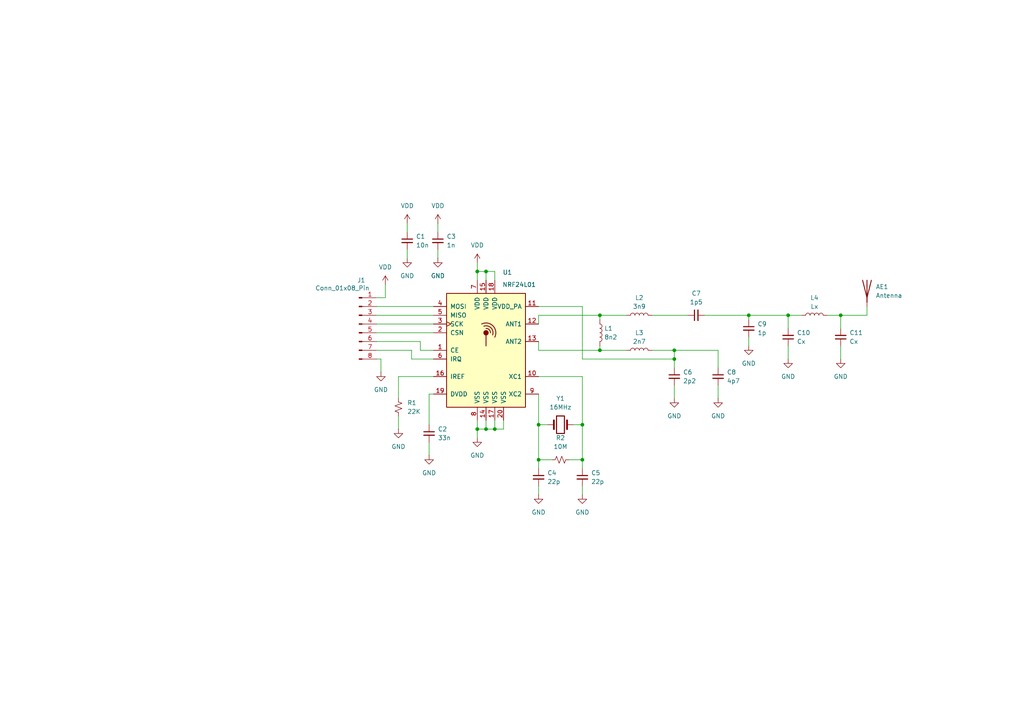
<source format=kicad_sch>
(kicad_sch (version 20231120) (generator "eeschema") (generator_version "8.0")
  (paper "A4")
  (lib_symbols
    (symbol "Connector:Conn_01x08_Pin" (pin_names (offset 1.016) hide)
      (property "Reference" "J" (at 0 10.16 0))
      (property "Value" "Conn_01x08_Pin" (at 0 -12.7 0))
      (symbol "Conn_01x08_Pin_1_1"
        (polyline (pts (xy 1.27 -10.16) (xy 0.8636 -10.16)) (stroke (width 0.1524)))
        (polyline (pts (xy 1.27 -7.62) (xy 0.8636 -7.62)) (stroke (width 0.1524)))
        (polyline (pts (xy 1.27 -5.08) (xy 0.8636 -5.08)) (stroke (width 0.1524)))
        (polyline (pts (xy 1.27 -2.54) (xy 0.8636 -2.54)) (stroke (width 0.1524)))
        (polyline (pts (xy 1.27 0) (xy 0.8636 0)) (stroke (width 0.1524)))
        (polyline (pts (xy 1.27 2.54) (xy 0.8636 2.54)) (stroke (width 0.1524)))
        (polyline (pts (xy 1.27 5.08) (xy 0.8636 5.08)) (stroke (width 0.1524)))
        (polyline (pts (xy 1.27 7.62) (xy 0.8636 7.62)) (stroke (width 0.1524)))
        (rectangle (start 0.8636 -10.033) (end 0 -10.287) (stroke (width 0.1524)) (fill (type outline)))
        (rectangle (start 0.8636 -7.493) (end 0 -7.747) (stroke (width 0.1524)) (fill (type outline)))
        (rectangle (start 0.8636 -4.953) (end 0 -5.207) (stroke (width 0.1524)) (fill (type outline)))
        (rectangle (start 0.8636 -2.413) (end 0 -2.667) (stroke (width 0.1524)) (fill (type outline)))
        (rectangle (start 0.8636 0.127) (end 0 -0.127) (stroke (width 0.1524)) (fill (type outline)))
        (rectangle (start 0.8636 2.667) (end 0 2.413) (stroke (width 0.1524)) (fill (type outline)))
        (rectangle (start 0.8636 5.207) (end 0 4.953) (stroke (width 0.1524)) (fill (type outline)))
        (rectangle (start 0.8636 7.747) (end 0 7.493) (stroke (width 0.1524)) (fill (type outline)))
        (pin passive line (at 5.08 7.62 180) (length 3.81) (name "Pin_1") (number "1"))
        (pin passive line (at 5.08 5.08 180) (length 3.81) (name "Pin_2") (number "2"))
        (pin passive line (at 5.08 2.54 180) (length 3.81) (name "Pin_3") (number "3"))
        (pin passive line (at 5.08 0 180) (length 3.81) (name "Pin_4") (number "4"))
        (pin passive line (at 5.08 -2.54 180) (length 3.81) (name "Pin_5") (number "5"))
        (pin passive line (at 5.08 -5.08 180) (length 3.81) (name "Pin_6") (number "6"))
        (pin passive line (at 5.08 -7.62 180) (length 3.81) (name "Pin_7") (number "7"))
        (pin passive line (at 5.08 -10.16 180) (length 3.81) (name "Pin_8") (number "8"))
      )
    )
    (symbol "Device:Antenna" (pin_numbers hide) (pin_names (offset 1.016) hide)
      (property "Reference" "AE" (at -1.905 1.905 0))
      (property "Value" "Antenna" (at -1.905 0 0))
      (symbol "Antenna_0_1"
        (polyline (pts (xy 0 2.54) (xy 0 -3.81)) (stroke (width 0.254)))
        (polyline (pts (xy 1.27 2.54) (xy 0 -2.54) (xy -1.27 2.54)) (stroke (width 0.254)))
      )
      (symbol "Antenna_1_1"
        (pin input line (at 0 -5.08 90) (length 2.54) (name "A") (number "1"))
      )
    )
    (symbol "Device:C_Small" (pin_numbers hide) (pin_names (offset 0.254) hide)
      (property "Reference" "C" (at 0.254 1.778 0))
      (property "Value" "C_Small" (at 0.254 -2.032 0))
      (symbol "C_Small_0_1"
        (polyline (pts (xy -1.524 -0.508) (xy 1.524 -0.508)) (stroke (width 0.3302)))
        (polyline (pts (xy -1.524 0.508) (xy 1.524 0.508)) (stroke (width 0.3048)))
      )
      (symbol "C_Small_1_1"
        (pin passive line (at 0 2.54 270) (length 2.032) (name "~") (number "1"))
        (pin passive line (at 0 -2.54 90) (length 2.032) (name "~") (number "2"))
      )
    )
    (symbol "Device:Crystal" (pin_numbers hide) (pin_names (offset 1.016) hide)
      (property "Reference" "Y" (at 0 3.81 0))
      (property "Value" "Crystal" (at 0 -3.81 0))
      (symbol "Crystal_0_1"
        (rectangle (start -1.143 2.54) (end 1.143 -2.54) (stroke (width 0.3048)))
        (polyline (pts (xy -2.54 0) (xy -1.905 0)))
        (polyline (pts (xy -1.905 -1.27) (xy -1.905 1.27)) (stroke (width 0.508)))
        (polyline (pts (xy 1.905 -1.27) (xy 1.905 1.27)) (stroke (width 0.508)))
        (polyline (pts (xy 2.54 0) (xy 1.905 0)))
      )
      (symbol "Crystal_1_1"
        (pin passive line (at -3.81 0 0) (length 1.27) (name "1") (number "1"))
        (pin passive line (at 3.81 0 180) (length 1.27) (name "2") (number "2"))
      )
    )
    (symbol "Device:L" (pin_numbers hide) (pin_names (offset 1.016) hide)
      (property "Reference" "L" (at -1.27 0 90))
      (property "Value" "L" (at 1.905 0 90))
      (symbol "L_0_1"
        (arc (start 0 -2.54) (mid 0.6323 -1.905) (end 0 -1.27))
        (arc (start 0 -1.27) (mid 0.6323 -0.635) (end 0 0))
        (arc (start 0 0) (mid 0.6323 0.635) (end 0 1.27))
        (arc (start 0 1.27) (mid 0.6323 1.905) (end 0 2.54))
      )
      (symbol "L_1_1"
        (pin passive line (at 0 3.81 270) (length 1.27) (name "1") (number "1"))
        (pin passive line (at 0 -3.81 90) (length 1.27) (name "2") (number "2"))
      )
    )
    (symbol "Device:R_Small_US" (pin_numbers hide) (pin_names (offset 0.254) hide)
      (property "Reference" "R" (at 0.762 0.508 0))
      (property "Value" "R_Small_US" (at 0.762 -1.016 0))
      (symbol "R_Small_US_1_1"
        (polyline (pts (xy 0 0) (xy 1.016 -0.381) (xy 0 -0.762) (xy -1.016 -1.143) (xy 0 -1.524)))
        (polyline (pts (xy 0 1.524) (xy 1.016 1.143) (xy 0 0.762) (xy -1.016 0.381) (xy 0 0)))
        (pin passive line (at 0 2.54 270) (length 1.016) (name "~") (number "1"))
        (pin passive line (at 0 -2.54 90) (length 1.016) (name "~") (number "2"))
      )
    )
    (symbol "RF:NRF24L01" (pin_names (offset 1.016))
      (property "Reference" "U" (at -11.43 17.78 0))
      (property "Value" "NRF24L01" (at 5.08 17.78 0))
      (symbol "NRF24L01_0_1"
        (rectangle (start -11.43 16.51) (end 11.43 -16.51) (stroke (width 0.254)) (fill (type background)))
        (polyline (pts (xy 0 4.445) (xy 0 1.27)) (stroke (width 0.254)))
        (circle (center 0 5.08) (radius 0.635) (stroke (width 0.254)) (fill (type outline)))
        (arc (start 1.27 5.08) (mid 0.9071 5.9946) (end 0 6.35) (stroke (width 0.254)))
        (arc (start 1.905 4.445) (mid 1.4313 6.5254) (end -0.635 6.985) (stroke (width 0.254)))
        (arc (start 2.54 3.81) (mid 2.008 7.088) (end -1.27 7.62) (stroke (width 0.254)))
        (rectangle (start 11.43 -13.97) (end 11.43 -13.97))
      )
      (symbol "NRF24L01_1_1"
        (pin input line (at -15.24 0 0) (length 3.81) (name "CE") (number "1"))
        (pin passive line (at 15.24 -7.62 180) (length 3.81) (name "XC1") (number "10"))
        (pin power_out line (at 15.24 12.7 180) (length 3.81) (name "VDD_PA") (number "11"))
        (pin passive line (at 15.24 7.62 180) (length 3.81) (name "ANT1") (number "12"))
        (pin passive line (at 15.24 2.54 180) (length 3.81) (name "ANT2") (number "13"))
        (pin power_in line (at 0 -20.32 90) (length 3.81) (name "VSS") (number "14"))
        (pin power_in line (at 0 20.32 270) (length 3.81) (name "VDD") (number "15"))
        (pin passive line (at -15.24 -7.62 0) (length 3.81) (name "IREF") (number "16"))
        (pin power_in line (at 2.54 -20.32 90) (length 3.81) (name "VSS") (number "17"))
        (pin power_in line (at 2.54 20.32 270) (length 3.81) (name "VDD") (number "18"))
        (pin power_out line (at -15.24 -12.7 0) (length 3.81) (name "DVDD") (number "19"))
        (pin input line (at -15.24 5.08 0) (length 3.81) (name "CSN") (number "2"))
        (pin power_in line (at 5.08 -20.32 90) (length 3.81) (name "VSS") (number "20"))
        (pin input clock (at -15.24 7.62 0) (length 3.81) (name "SCK") (number "3"))
        (pin input line (at -15.24 12.7 0) (length 3.81) (name "MOSI") (number "4"))
        (pin output line (at -15.24 10.16 0) (length 3.81) (name "MISO") (number "5"))
        (pin output line (at -15.24 -2.54 0) (length 3.81) (name "IRQ") (number "6"))
        (pin power_in line (at -2.54 20.32 270) (length 3.81) (name "VDD") (number "7"))
        (pin power_in line (at -2.54 -20.32 90) (length 3.81) (name "VSS") (number "8"))
        (pin passive line (at 15.24 -12.7 180) (length 3.81) (name "XC2") (number "9"))
      )
    )
    (symbol "power:GND" (power) (pin_numbers hide) (pin_names (offset 0) hide)
      (property "Value" "GND" (at 0 -3.81 0))
      (symbol "GND_0_1"
        (polyline (pts (xy 0 0) (xy 0 -1.27) (xy 1.27 -1.27) (xy 0 -2.54) (xy -1.27 -1.27) (xy 0 -1.27)))
      )
      (symbol "GND_1_1"
        (pin power_in line (at 0 0 270) (length 0) (name "~") (number "1"))
      )
    )
    (symbol "power:VDD" (power) (pin_numbers hide) (pin_names (offset 0) hide)
      (property "Value" "VDD" (at 0 3.556 0))
      (symbol "VDD_0_1"
        (polyline (pts (xy -0.762 1.27) (xy 0 2.54)))
        (polyline (pts (xy 0 0) (xy 0 2.54)))
        (polyline (pts (xy 0 2.54) (xy 0.762 1.27)))
      )
      (symbol "VDD_1_1"
        (pin power_in line (at 0 0 90) (length 0) (name "~") (number "1"))
      )
    )
  )
  (junction (at 173.99 101.6))
  (junction (at 195.58 104.14))
  (junction (at 217.17 91.44))
  (junction (at 243.84 91.44))
  (junction (at 143.51 124.46))
  (junction (at 195.58 101.6))
  (junction (at 156.21 123.19))
  (junction (at 138.43 78.74))
  (junction (at 168.91 123.19))
  (junction (at 138.43 124.46))
  (junction (at 140.97 78.74))
  (junction (at 140.97 124.46))
  (junction (at 173.99 91.44))
  (junction (at 228.6 91.44))
  (junction (at 156.21 133.35))
  (junction (at 168.91 133.35))
  (wire (pts (xy 109.22 99.06) (xy 121.92 99.06)))
  (wire (pts (xy 109.22 104.14) (xy 110.49 104.14)))
  (wire (pts (xy 195.58 101.6) (xy 189.23 101.6)))
  (wire (pts (xy 121.92 101.6) (xy 125.73 101.6)))
  (wire (pts (xy 156.21 114.3) (xy 156.21 123.19)))
  (wire (pts (xy 173.99 91.44) (xy 156.21 91.44)))
  (wire (pts (xy 204.47 91.44) (xy 217.17 91.44)))
  (wire (pts (xy 243.84 100.33) (xy 243.84 104.14)))
  (wire (pts (xy 217.17 91.44) (xy 217.17 92.71)))
  (wire (pts (xy 140.97 121.92) (xy 140.97 124.46)))
  (wire (pts (xy 109.22 91.44) (xy 125.73 91.44)))
  (wire (pts (xy 156.21 133.35) (xy 160.02 133.35)))
  (wire (pts (xy 109.22 93.98) (xy 125.73 93.98)))
  (wire (pts (xy 143.51 81.28) (xy 143.51 78.74)))
  (wire (pts (xy 195.58 104.14) (xy 195.58 101.6)))
  (wire (pts (xy 138.43 78.74) (xy 138.43 81.28)))
  (wire (pts (xy 138.43 76.2) (xy 138.43 78.74)))
  (wire (pts (xy 156.21 88.9) (xy 168.91 88.9)))
  (wire (pts (xy 228.6 91.44) (xy 217.17 91.44)))
  (wire (pts (xy 143.51 121.92) (xy 143.51 124.46)))
  (wire (pts (xy 124.46 123.19) (xy 124.46 114.3)))
  (wire (pts (xy 109.22 88.9) (xy 125.73 88.9)))
  (wire (pts (xy 121.92 99.06) (xy 121.92 101.6)))
  (wire (pts (xy 124.46 128.27) (xy 124.46 132.08)))
  (wire (pts (xy 166.37 123.19) (xy 168.91 123.19)))
  (wire (pts (xy 243.84 91.44) (xy 243.84 95.25)))
  (wire (pts (xy 143.51 124.46) (xy 146.05 124.46)))
  (wire (pts (xy 118.11 72.39) (xy 118.11 74.93)))
  (wire (pts (xy 195.58 106.68) (xy 195.58 104.14)))
  (wire (pts (xy 138.43 121.92) (xy 138.43 124.46)))
  (wire (pts (xy 156.21 101.6) (xy 173.99 101.6)))
  (wire (pts (xy 127 72.39) (xy 127 74.93)))
  (wire (pts (xy 168.91 140.97) (xy 168.91 143.51)))
  (wire (pts (xy 189.23 91.44) (xy 199.39 91.44)))
  (wire (pts (xy 168.91 109.22) (xy 168.91 123.19)))
  (wire (pts (xy 156.21 135.89) (xy 156.21 133.35)))
  (wire (pts (xy 124.46 114.3) (xy 125.73 114.3)))
  (wire (pts (xy 243.84 91.44) (xy 251.46 91.44)))
  (wire (pts (xy 173.99 91.44) (xy 173.99 92.71)))
  (wire (pts (xy 140.97 78.74) (xy 140.97 81.28)))
  (wire (pts (xy 119.38 104.14) (xy 119.38 101.6)))
  (wire (pts (xy 143.51 78.74) (xy 140.97 78.74)))
  (wire (pts (xy 251.46 91.44) (xy 251.46 88.9)))
  (wire (pts (xy 181.61 101.6) (xy 173.99 101.6)))
  (wire (pts (xy 217.17 97.79) (xy 217.17 100.33)))
  (wire (pts (xy 195.58 111.76) (xy 195.58 115.57)))
  (wire (pts (xy 173.99 91.44) (xy 181.61 91.44)))
  (wire (pts (xy 146.05 124.46) (xy 146.05 121.92)))
  (wire (pts (xy 119.38 101.6) (xy 109.22 101.6)))
  (wire (pts (xy 208.28 111.76) (xy 208.28 115.57)))
  (wire (pts (xy 127 64.77) (xy 127 67.31)))
  (wire (pts (xy 173.99 101.6) (xy 173.99 100.33)))
  (wire (pts (xy 168.91 123.19) (xy 168.91 133.35)))
  (wire (pts (xy 140.97 124.46) (xy 143.51 124.46)))
  (wire (pts (xy 156.21 99.06) (xy 156.21 101.6)))
  (wire (pts (xy 118.11 64.77) (xy 118.11 67.31)))
  (wire (pts (xy 168.91 104.14) (xy 195.58 104.14)))
  (wire (pts (xy 125.73 104.14) (xy 119.38 104.14)))
  (wire (pts (xy 228.6 95.25) (xy 228.6 91.44)))
  (wire (pts (xy 115.57 115.57) (xy 115.57 109.22)))
  (wire (pts (xy 156.21 91.44) (xy 156.21 93.98)))
  (wire (pts (xy 138.43 124.46) (xy 140.97 124.46)))
  (wire (pts (xy 156.21 140.97) (xy 156.21 143.51)))
  (wire (pts (xy 110.49 104.14) (xy 110.49 107.95)))
  (wire (pts (xy 208.28 101.6) (xy 195.58 101.6)))
  (wire (pts (xy 115.57 120.65) (xy 115.57 124.46)))
  (wire (pts (xy 168.91 109.22) (xy 156.21 109.22)))
  (wire (pts (xy 228.6 91.44) (xy 232.41 91.44)))
  (wire (pts (xy 168.91 88.9) (xy 168.91 104.14)))
  (wire (pts (xy 168.91 133.35) (xy 168.91 135.89)))
  (wire (pts (xy 140.97 78.74) (xy 138.43 78.74)))
  (wire (pts (xy 165.1 133.35) (xy 168.91 133.35)))
  (wire (pts (xy 115.57 109.22) (xy 125.73 109.22)))
  (wire (pts (xy 111.76 86.36) (xy 109.22 86.36)))
  (wire (pts (xy 138.43 124.46) (xy 138.43 127)))
  (wire (pts (xy 208.28 106.68) (xy 208.28 101.6)))
  (wire (pts (xy 240.03 91.44) (xy 243.84 91.44)))
  (wire (pts (xy 156.21 123.19) (xy 156.21 133.35)))
  (wire (pts (xy 109.22 96.52) (xy 125.73 96.52)))
  (wire (pts (xy 111.76 82.55) (xy 111.76 86.36)))
  (wire (pts (xy 156.21 123.19) (xy 158.75 123.19)))
  (wire (pts (xy 228.6 100.33) (xy 228.6 104.14)))
  (symbol (lib_id "power:GND") (at 110.49 107.95 0) (unit 1)
    (property "Reference" "#PWR01" (effects (hide yes)))
    (property "Value" "GND" (at 110.49 113.03 0))
    (property "Description" "Power symbol creates a global label with name \"GND\" , ground" (effects (hide yes)))
  )
  (symbol (lib_id "power:GND") (at 228.6 104.14 0) (unit 1)
    (property "Reference" "#PWR016" (effects (hide yes)))
    (property "Value" "GND" (at 228.6 109.22 0))
    (property "Description" "Power symbol creates a global label with name \"GND\" , ground" (effects (hide yes)))
  )
  (symbol (lib_id "power:GND") (at 243.84 104.14 0) (unit 1)
    (property "Reference" "#PWR017" (effects (hide yes)))
    (property "Value" "GND" (at 243.84 109.22 0))
    (property "Description" "Power symbol creates a global label with name \"GND\" , ground" (effects (hide yes)))
  )
  (symbol (lib_id "Device:C_Small") (at 201.93 91.44 90) (unit 1)
    (property "Reference" "C7" (at 201.9363 85.09 90))
    (property "Value" "1p5" (at 201.9363 87.63 90))
    (property "Footprint" "Capacitor_SMD:C_0402_1005Metric" (effects (hide yes)))
    (property "Description" "Unpolarized capacitor, small symbol" (effects (hide yes)))
  )
  (symbol (lib_id "power:GND") (at 127 74.93 0) (unit 1)
    (property "Reference" "#PWR08" (effects (hide yes)))
    (property "Value" "GND" (at 127 80.01 0))
    (property "Description" "Power symbol creates a global label with name \"GND\" , ground" (effects (hide yes)))
  )
  (symbol (lib_id "power:VDD") (at 138.43 76.2 0) (unit 1)
    (property "Reference" "#PWR09" (effects (hide yes)))
    (property "Value" "VDD" (at 138.43 71.12 0))
    (property "Description" "Power symbol creates a global label with name \"VDD\"" (effects (hide yes)))
  )
  (symbol (lib_id "Device:C_Small") (at 208.28 109.22 0) (unit 1)
    (property "Reference" "C8" (at 210.82 107.9562 0) (effects (justify left)))
    (property "Value" "4p7" (at 210.82 110.4962 0) (effects (justify left)))
    (property "Footprint" "Capacitor_SMD:C_0402_1005Metric" (effects (hide yes)))
    (property "Description" "Unpolarized capacitor, small symbol" (effects (hide yes)))
  )
  (symbol (lib_id "power:VDD") (at 111.76 82.55 0) (unit 1)
    (property "Reference" "#PWR02" (effects (hide yes)))
    (property "Value" "VDD" (at 111.76 77.47 0))
    (property "Description" "Power symbol creates a global label with name \"VDD\"" (effects (hide yes)))
  )
  (symbol (lib_id "Device:C_Small") (at 156.21 138.43 0) (unit 1)
    (property "Reference" "C4" (at 158.75 137.1662 0) (effects (justify left)))
    (property "Value" "22p" (at 158.75 139.7062 0) (effects (justify left)))
    (property "Footprint" "Capacitor_SMD:C_0402_1005Metric" (effects (hide yes)))
    (property "Description" "Unpolarized capacitor, small symbol" (effects (hide yes)))
  )
  (symbol (lib_id "power:GND") (at 168.91 143.51 0) (unit 1)
    (property "Reference" "#PWR012" (effects (hide yes)))
    (property "Value" "GND" (at 168.91 148.59 0))
    (property "Description" "Power symbol creates a global label with name \"GND\" , ground" (effects (hide yes)))
  )
  (symbol (lib_id "Device:C_Small") (at 124.46 125.73 0) (unit 1)
    (property "Reference" "C2" (at 127 124.4662 0) (effects (justify left)))
    (property "Value" "33n" (at 127 127.0062 0) (effects (justify left)))
    (property "Footprint" "Capacitor_SMD:C_0402_1005Metric" (effects (hide yes)))
    (property "Description" "Unpolarized capacitor, small symbol" (effects (hide yes)))
  )
  (symbol (lib_id "Device:C_Small") (at 217.17 95.25 0) (unit 1)
    (property "Reference" "C9" (at 219.71 93.9862 0) (effects (justify left)))
    (property "Value" "1p" (at 219.71 96.5262 0) (effects (justify left)))
    (property "Footprint" "Capacitor_SMD:C_0402_1005Metric" (effects (hide yes)))
    (property "Description" "Unpolarized capacitor, small symbol" (effects (hide yes)))
  )
  (symbol (lib_id "power:GND") (at 208.28 115.57 0) (unit 1)
    (property "Reference" "#PWR014" (effects (hide yes)))
    (property "Value" "GND" (at 208.28 120.65 0))
    (property "Description" "Power symbol creates a global label with name \"GND\" , ground" (effects (hide yes)))
  )
  (symbol (lib_id "Device:C_Small") (at 127 69.85 0) (unit 1)
    (property "Reference" "C3" (at 129.54 68.5862 0) (effects (justify left)))
    (property "Value" "1n" (at 129.54 71.1262 0) (effects (justify left)))
    (property "Footprint" "Capacitor_SMD:C_0402_1005Metric" (effects (hide yes)))
    (property "Description" "Unpolarized capacitor, small symbol" (effects (hide yes)))
  )
  (symbol (lib_id "Device:C_Small") (at 228.6 97.79 180) (unit 1)
    (property "Reference" "C10" (at 231.14 96.5135 0) (effects (justify right)))
    (property "Value" "Cx" (at 231.14 99.0535 0) (effects (justify right)))
    (property "Footprint" "Capacitor_SMD:C_0402_1005Metric" (effects (hide yes)))
    (property "Description" "Unpolarized capacitor, small symbol" (effects (hide yes)))
  )
  (symbol (lib_id "Device:C_Small") (at 118.11 69.85 0) (unit 1)
    (property "Reference" "C1" (at 120.65 68.5862 0) (effects (justify left)))
    (property "Value" "10n" (at 120.65 71.1262 0) (effects (justify left)))
    (property "Footprint" "Capacitor_SMD:C_0402_1005Metric" (effects (hide yes)))
    (property "Description" "Unpolarized capacitor, small symbol" (effects (hide yes)))
  )
  (symbol (lib_id "power:GND") (at 217.17 100.33 0) (unit 1)
    (property "Reference" "#PWR015" (effects (hide yes)))
    (property "Value" "GND" (at 217.17 105.41 0))
    (property "Description" "Power symbol creates a global label with name \"GND\" , ground" (effects (hide yes)))
  )
  (symbol (lib_id "power:GND") (at 124.46 132.08 0) (unit 1)
    (property "Reference" "#PWR06" (effects (hide yes)))
    (property "Value" "GND" (at 124.46 137.16 0))
    (property "Description" "Power symbol creates a global label with name \"GND\" , ground" (effects (hide yes)))
  )
  (symbol (lib_id "power:GND") (at 138.43 127 0) (unit 1)
    (property "Reference" "#PWR010" (effects (hide yes)))
    (property "Value" "GND" (at 138.43 132.08 0))
    (property "Description" "Power symbol creates a global label with name \"GND\" , ground" (effects (hide yes)))
  )
  (symbol (lib_id "Device:L") (at 185.42 101.6 90) (unit 1)
    (property "Reference" "L3" (at 185.42 96.52 90))
    (property "Value" "2n7" (at 185.42 99.06 90))
    (property "Footprint" "Inductor_SMD:L_0402_1005Metric" (effects (hide yes)))
    (property "Description" "Inductor" (effects (hide yes)))
  )
  (symbol (lib_id "Device:L") (at 185.42 91.44 90) (unit 1)
    (property "Reference" "L2" (at 185.42 86.36 90))
    (property "Value" "3n9" (at 185.42 88.9 90))
    (property "Footprint" "Inductor_SMD:L_0402_1005Metric" (effects (hide yes)))
    (property "Description" "Inductor" (effects (hide yes)))
  )
  (symbol (lib_id "power:VDD") (at 127 64.77 0) (unit 1)
    (property "Reference" "#PWR07" (effects (hide yes)))
    (property "Value" "VDD" (at 127 59.69 0))
    (property "Description" "Power symbol creates a global label with name \"VDD\"" (effects (hide yes)))
  )
  (symbol (lib_id "power:GND") (at 195.58 115.57 0) (unit 1)
    (property "Reference" "#PWR013" (effects (hide yes)))
    (property "Value" "GND" (at 195.58 120.65 0))
    (property "Description" "Power symbol creates a global label with name \"GND\" , ground" (effects (hide yes)))
  )
  (symbol (lib_id "Device:Antenna") (at 251.46 83.82 0) (unit 1)
    (property "Reference" "AE1" (at 254 83.1849 0) (effects (justify left)))
    (property "Value" "Antenna" (at 254 85.7249 0) (effects (justify left)))
    (property "Footprint" "RF_Antenna:Texas_SWRA117D_2.4GHz_Right" (effects (hide yes)))
    (property "Description" "Antenna" (effects (hide yes)))
  )
  (symbol (lib_id "power:GND") (at 118.11 74.93 0) (unit 1)
    (property "Reference" "#PWR05" (effects (hide yes)))
    (property "Value" "GND" (at 118.11 80.01 0))
    (property "Description" "Power symbol creates a global label with name \"GND\" , ground" (effects (hide yes)))
  )
  (symbol (lib_id "power:GND") (at 115.57 124.46 0) (unit 1)
    (property "Reference" "#PWR03" (effects (hide yes)))
    (property "Value" "GND" (at 115.57 129.54 0))
    (property "Description" "Power symbol creates a global label with name \"GND\" , ground" (effects (hide yes)))
  )
  (symbol (lib_id "Connector:Conn_01x08_Pin") (at 104.14 93.98 0) (unit 1)
    (property "Reference" "J1" (at 104.775 81.28 0))
    (property "Value" "Conn_01x08_Pin" (at 99.314 83.566 0))
    (property "Footprint" "Connector_Hirose:Hirose_DF13-08P-1.25DSA_1x08_P1.25mm_Vertical" (effects (hide yes)))
    (property "Description" "Generic connector, single row, 01x08, script generated" (effects (hide yes)))
  )
  (symbol (lib_id "Device:R_Small_US") (at 162.56 133.35 90) (unit 1)
    (property "Reference" "R2" (at 162.56 127 90))
    (property "Value" "10M" (at 162.56 129.54 90))
    (property "Footprint" "Capacitor_SMD:C_0402_1005Metric" (effects (hide yes)))
    (property "Description" "Resistor, small US symbol" (effects (hide yes)))
  )
  (symbol (lib_id "Device:C_Small") (at 168.91 138.43 0) (unit 1)
    (property "Reference" "C5" (at 171.45 137.1662 0) (effects (justify left)))
    (property "Value" "22p" (at 171.45 139.7062 0) (effects (justify left)))
    (property "Footprint" "Capacitor_SMD:C_0402_1005Metric" (effects (hide yes)))
    (property "Description" "Unpolarized capacitor, small symbol" (effects (hide yes)))
  )
  (symbol (lib_id "RF:NRF24L01") (at 140.97 101.6 0) (unit 1)
    (property "Reference" "U1" (at 145.796 78.994 0) (effects (justify left)))
    (property "Value" "NRF24L01" (at 145.7041 82.55 0) (effects (justify left)))
    (property "Footprint" "Package_DFN_QFN:QFN-20-1EP_4x4mm_P0.5mm_EP2.5x2.5mm" (effects (hide yes)))
    (property "Datasheet" "http://www.nordicsemi.com/eng/content/download/2730/34105/file/nRF24L01_Product_Specification_v2_0.pdf" (effects (hide yes)))
    (property "Description" "Ultra low power 2.4GHz RF Transceiver, QFN-20" (effects (hide yes)))
  )
  (symbol (lib_id "Device:L") (at 236.22 91.44 90) (unit 1)
    (property "Reference" "L4" (at 236.22 86.36 90))
    (property "Value" "Lx" (at 236.22 88.9 90))
    (property "Footprint" "Inductor_SMD:L_0402_1005Metric" (effects (hide yes)))
    (property "Description" "Inductor" (effects (hide yes)))
  )
  (symbol (lib_id "Device:C_Small") (at 243.84 97.79 180) (unit 1)
    (property "Reference" "C11" (at 246.38 96.5135 0) (effects (justify right)))
    (property "Value" "Cx" (at 246.38 99.0535 0) (effects (justify right)))
    (property "Footprint" "Capacitor_SMD:C_0402_1005Metric" (effects (hide yes)))
    (property "Description" "Unpolarized capacitor, small symbol" (effects (hide yes)))
  )
  (symbol (lib_id "Device:Crystal") (at 162.56 123.19 0) (unit 1)
    (property "Reference" "Y1" (at 162.56 115.57 0))
    (property "Value" "16MHz" (at 162.56 118.11 0))
    (property "Footprint" "Crystal:Crystal_SMD_3215-2Pin_3.2x1.5mm" (effects (hide yes)))
    (property "Description" "Two pin crystal" (effects (hide yes)))
  )
  (symbol (lib_id "Device:L") (at 173.99 96.52 0) (unit 1)
    (property "Reference" "L1" (at 175.26 95.2499 0) (effects (justify left)))
    (property "Value" "8n2" (at 175.26 97.7899 0) (effects (justify left)))
    (property "Footprint" "Inductor_SMD:L_0402_1005Metric" (effects (hide yes)))
    (property "Description" "Inductor" (effects (hide yes)))
  )
  (symbol (lib_id "power:VDD") (at 118.11 64.77 0) (unit 1)
    (property "Reference" "#PWR04" (effects (hide yes)))
    (property "Value" "VDD" (at 118.11 59.69 0))
    (property "Description" "Power symbol creates a global label with name \"VDD\"" (effects (hide yes)))
  )
  (symbol (lib_id "power:GND") (at 156.21 143.51 0) (unit 1)
    (property "Reference" "#PWR011" (effects (hide yes)))
    (property "Value" "GND" (at 156.21 148.59 0))
    (property "Description" "Power symbol creates a global label with name \"GND\" , ground" (effects (hide yes)))
  )
  (symbol (lib_id "Device:C_Small") (at 195.58 109.22 0) (unit 1)
    (property "Reference" "C6" (at 198.12 107.9562 0) (effects (justify left)))
    (property "Value" "2p2" (at 198.12 110.4962 0) (effects (justify left)))
    (property "Footprint" "Capacitor_SMD:C_0402_1005Metric" (effects (hide yes)))
    (property "Description" "Unpolarized capacitor, small symbol" (effects (hide yes)))
  )
  (symbol (lib_id "Device:R_Small_US") (at 115.57 118.11 0) (unit 1)
    (property "Reference" "R1" (at 118.11 116.8399 0) (effects (justify left)))
    (property "Value" "22K" (at 118.11 119.3799 0) (effects (justify left)))
    (property "Footprint" "Capacitor_SMD:C_0402_1005Metric" (effects (hide yes)))
    (property "Description" "Resistor, small US symbol" (effects (hide yes)))
  )
)
</source>
